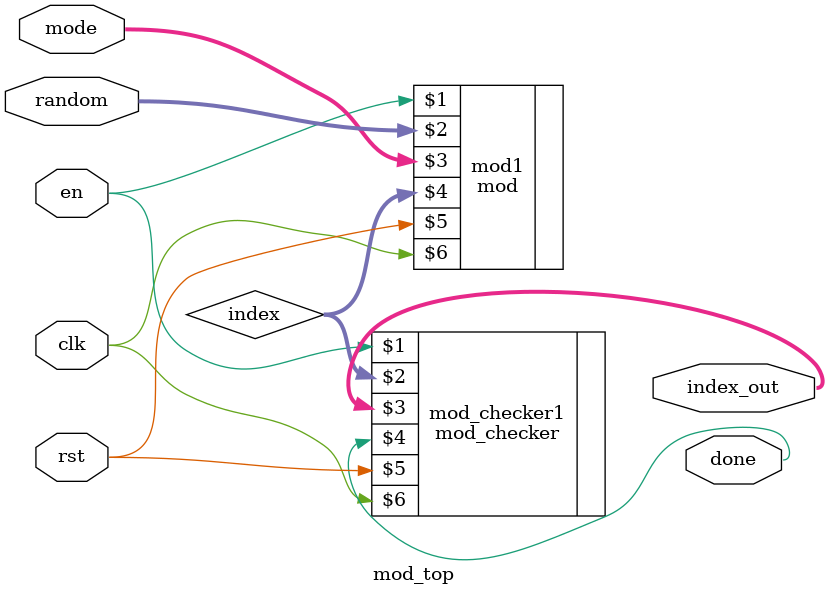
<source format=v>
module mod_top (en, random, mode, index_out, done, rst, clk);
	input rst, clk, en;
	output done;
	input [1:0] mode;
	input [3:0] random;
	output [2:0] index_out;
	wire [2:0] index;
	
	mod mod1(en, random, mode, index, rst, clk);
	mod_checker mod_checker1(en, index, index_out, done, rst, clk);
	
endmodule

</source>
